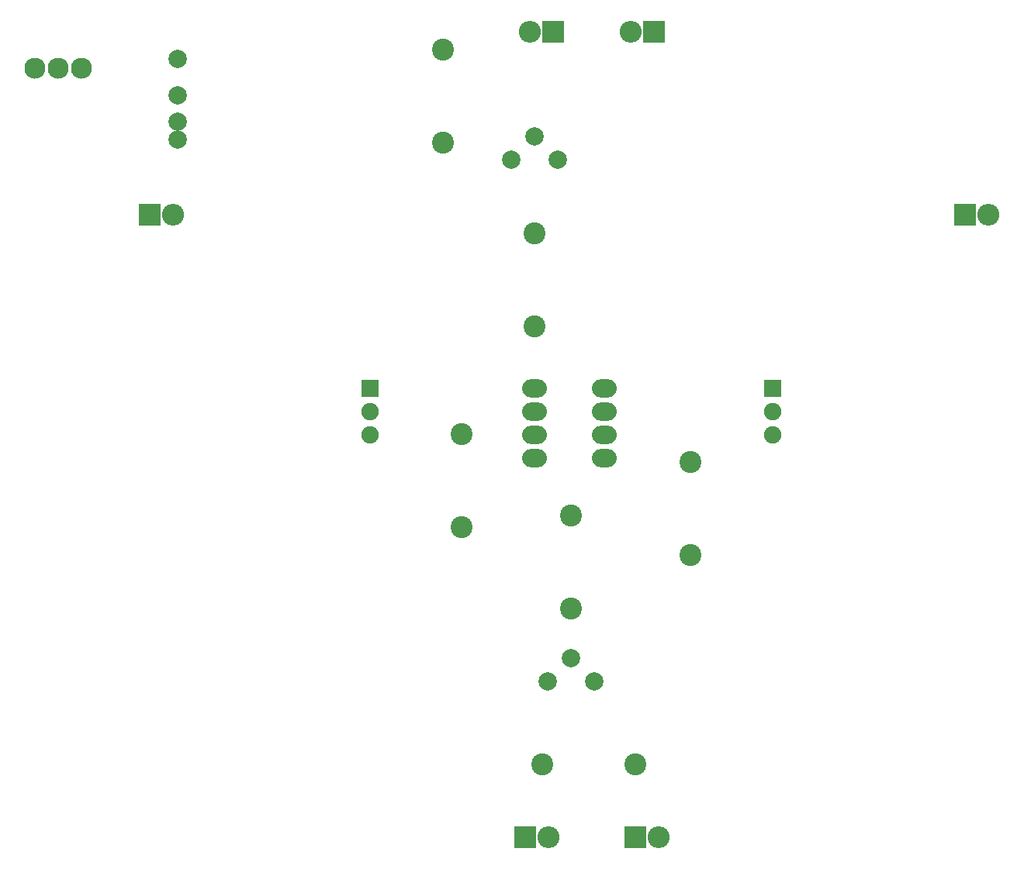
<source format=gbr>
G04 #@! TF.FileFunction,Soldermask,Top*
%FSLAX46Y46*%
G04 Gerber Fmt 4.6, Leading zero omitted, Abs format (unit mm)*
G04 Created by KiCad (PCBNEW 4.0.2+dfsg1-stable) date Fri 18 May 2018 14:33:16 BST*
%MOMM*%
G01*
G04 APERTURE LIST*
%ADD10C,0.100000*%
%ADD11O,2.398980X2.398980*%
%ADD12R,2.398980X2.398980*%
%ADD13C,2.000000*%
%ADD14C,2.398980*%
%ADD15O,2.700000X2.000000*%
%ADD16C,1.910000*%
%ADD17R,1.910000X1.910000*%
%ADD18C,2.300000*%
G04 APERTURE END LIST*
D10*
D11*
X186540000Y-71000000D03*
D12*
X184000000Y-71000000D03*
D11*
X97540000Y-71000000D03*
D12*
X95000000Y-71000000D03*
D11*
X138540000Y-139000000D03*
D12*
X136000000Y-139000000D03*
D11*
X147460000Y-51000000D03*
D12*
X150000000Y-51000000D03*
D11*
X136460000Y-51000000D03*
D12*
X139000000Y-51000000D03*
D11*
X150540000Y-139000000D03*
D12*
X148000000Y-139000000D03*
D13*
X134460000Y-65000000D03*
X137000000Y-62460000D03*
X139540000Y-65000000D03*
X138460000Y-122000000D03*
X141000000Y-119460000D03*
X143540000Y-122000000D03*
D14*
X137000000Y-73000000D03*
X137000000Y-83160000D03*
X141000000Y-114000000D03*
X141000000Y-103840000D03*
X129000000Y-95000000D03*
X129000000Y-105160000D03*
X154000000Y-98000000D03*
X154000000Y-108160000D03*
X127000000Y-53000000D03*
X127000000Y-63160000D03*
X148000000Y-131000000D03*
X137840000Y-131000000D03*
D13*
X98000000Y-62800000D03*
X98000000Y-60800000D03*
X98000000Y-58000000D03*
X98000000Y-54000000D03*
D15*
X137000000Y-90000000D03*
X137000000Y-92540000D03*
X137000000Y-95080000D03*
X137000000Y-97620000D03*
X144620000Y-97620000D03*
X144620000Y-95080000D03*
X144620000Y-92540000D03*
X144620000Y-90000000D03*
D16*
X119000000Y-95080000D03*
D17*
X119000000Y-90000000D03*
D16*
X119000000Y-92540000D03*
X163000000Y-95080000D03*
D17*
X163000000Y-90000000D03*
D16*
X163000000Y-92540000D03*
D18*
X87540000Y-55000000D03*
X85000000Y-55000000D03*
X82460000Y-55000000D03*
M02*

</source>
